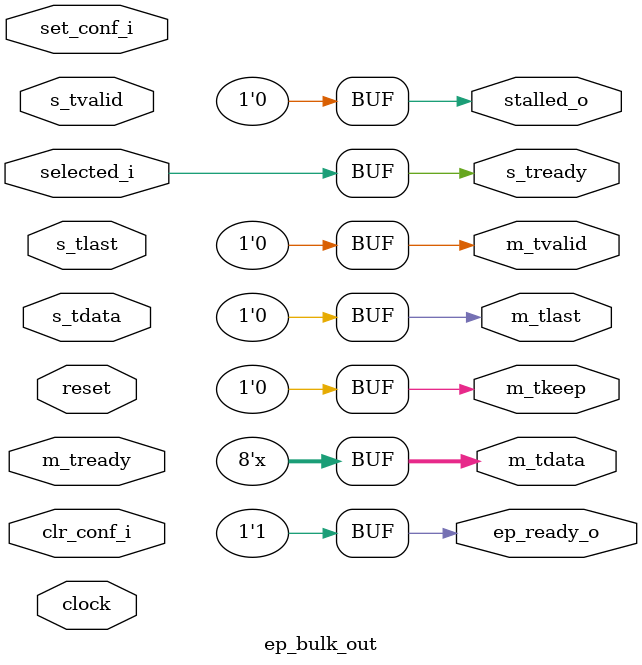
<source format=v>
`timescale 1ns / 100ps
/**
 * Bulk OUT End-Point.
 *
 * Re-assembles frames with size >512B from multiple chunks, and receipt of a
 * ZDP indicates that the frame-size is a multiple of 512, generating a 'tlast'.
 */
module ep_bulk_out
  #(
    parameter USB_MAX_PACKET_SIZE = 512, // For HS-mode
    parameter PACKET_FIFO_DEPTH = 2048,
    parameter ENABLED = 1,
    parameter DUMPSTER = 1,
    parameter USE_ZDP = 0 // TODO
  )
  (
   input clock,
   input reset,

   input set_conf_i, // From CONTROL PIPE0
   input clr_conf_i, // From CONTROL PIPE0

   input selected_i, // From USB controller
   output ep_ready_o,
   output stalled_o, // If invariants violated

   // From USB/ULPI packet decoder
   input s_tvalid,
   output s_tready, // Only asserted when space for at least one packet
   input s_tlast,
   input [7:0] s_tdata,

   // To bulk data sink
   output m_tvalid, // Only asserted after CRC16 succeeds
   input m_tready,
   output m_tkeep,
   output m_tlast,
   output [7:0] m_tdata
   );

`include "usb_defs.vh"

generate if (DUMPSTER) begin : g_dumpster
  //
  //  Just dump whatever we receive
  ///
  assign ep_ready_o = 1'b1;
  assign stalled_o = 1'b0;
  assign s_tready = selected_i;
  assign m_tvalid = 1'b0;
  assign m_tlast = 1'b0;
  assign m_tkeep = 1'b0;
  assign m_tdata = 8'bx;

end else begin : g_bulk_out

  localparam [4:0] RX_HALT = 5'b00001;
  localparam [4:0] RX_FILL = 5'b00010;

  localparam [3:0] TX_IDLE = 5'b00001;
  localparam [4:0] ST_SEND = 5'b00100;
  localparam [4:0] ST_NONE = 5'b01000;
  localparam [4:0] ST_WAIT = 5'b10000;

  reg [4:0] snext, state;
  wire tvalid_w, tready_w, tlast_w, tkeep_w;
  reg parity, enabled;
  reg [3:0] pid_q;


  assign stalled_o = ~enabled;

  assign redo_w = state == ST_WAIT && timedout_i;
  assign next_w = state == ST_WAIT && ack_recv_i;

  assign tvalid_w = state == ST_SEND && s_tvalid || state == ST_NONE;
  assign s_tready = tready_w && state == ST_SEND;
  assign tkeep_w  = s_tkeep && state != ST_NONE;
  assign tlast_w  = s_tlast || state == ST_NONE;


  // -- FSM for Bulk IN Transfers -- //

  always @* begin
    snext = state;

    if (state == ST_IDLE && selected_i) begin
      snext = s_tvalid ? ST_SEND : ST_NONE;
    end
    // Transferring data from source to USB encoder.
    if (state == ST_SEND && s_tvalid && s_tlast && tready_w) begin
      snext = ST_WAIT;
    end
    // No data to send, so transmit a NAK (TODO: or ZDP)
    if (state == ST_NONE && tready_w) begin
      snext = enabled ? ST_IDLE : ST_HALT;
    end
    // After sending a packet, wait for an ACK/ERR response.
    if (state == ST_WAIT && (ack_recv_i || err_recv_i)) begin
      snext = ST_IDLE;
    end

    if (clr_conf_i) begin
      snext = ST_HALT;
    end else if (set_conf_i) begin
      snext = ST_IDLE;
    end

    // Issue STALL if we get a requested prior to being configured
    if (state == ST_HALT && selected_i) begin
      snext = ST_NONE;
    end
  end

  always @(posedge clock) begin
    if (reset || ENABLED != 1) begin
      state <= ST_HALT;
      enabled <= 1'b0;
      pid_q <= STALL;
    end else begin
      state <= snext;

      if (clr_conf_i) begin
        enabled <= 1'b0;
      end else if (set_conf_i) begin
        enabled <= 1'b1;
      end

      case (state)
        ST_HALT: pid_q <= STALL;
        ST_IDLE: begin
          // Issue NAK response unless 'Bulk IN' data is already waiting
          if (s_tvalid) begin
            pid_q <= parity ? DATA1 : DATA0;
          end else begin
            pid_q <= NAK;
          end
        end
        ST_NONE: pid_q <= pid_q;
        ST_SEND: pid_q <= pid_q;
        ST_WAIT: pid_q <= pid_q;
      endcase
    end
  end


  // -- Output Packet FIFO -- //

  packet_fifo
    #( .WIDTH(8),
       .DEPTH(PACKET_FIFO_DEPTH),
       .STORE_LASTS(1),
       .SAVE_ON_LAST(0), // save on CRC16-valid
       .NEXT_ON_LAST(1),
       .USE_LENGTH(0),
       .MAX_LENGTH(0),
       .OUTREG(2)
       )
  U_TX_FIFO1
    ( .clock(clock),
      .reset(reset),

      .level_o(level_w),

      .drop_i(1'b0),
      .save_i(1'b0),
      .redo_i(redo_w),
      .next_i(next_w),

      .valid_i(s_tvalid),
      .ready_o(tready_w),
      .last_i(s_tlast),
      .data_i(s_tdata),

      .valid_o(tvalid_w),
      .ready_i(m_tready),
      .last_o(tlast_w),
      .data_o(m_tdata)
      );


  // -- Simulation Only -- //

`ifdef __icarus

  reg [39:0] dbg_state;
  reg [47:0] dbg_pid;

  always @* begin
    case (state)
      ST_HALT: dbg_state = "HALT";
      ST_IDLE: dbg_state = "IDLE";
      ST_SEND: dbg_state = "SEND";
      ST_NONE: dbg_state = "NONE";
      ST_WAIT: dbg_state = "WAIT";
      default: dbg_state = " ?? ";
    endcase
  end

  always @* begin
    case (pid_q)
      STALL:   dbg_pid = "STALL";
      DATA0:   dbg_pid = "DATA0";
      DATA1:   dbg_pid = "DATA1";
      NAK:     dbg_pid = "NAK  ";
      default: dbg_pid = " ??? ";
    endcase
  end

`endif /* __icarus */

end  /* g_bulk_out */
endgenerate


endmodule  /* ep_bulk_out */

</source>
